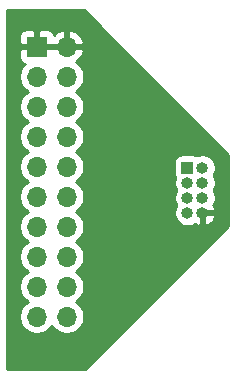
<source format=gbr>
%TF.GenerationSoftware,KiCad,Pcbnew,(5.1.6-0-10_14)*%
%TF.CreationDate,2022-05-20T12:20:58-05:00*%
%TF.ProjectId,programmer_adapter,70726f67-7261-46d6-9d65-725f61646170,rev?*%
%TF.SameCoordinates,Original*%
%TF.FileFunction,Copper,L2,Inr*%
%TF.FilePolarity,Positive*%
%FSLAX46Y46*%
G04 Gerber Fmt 4.6, Leading zero omitted, Abs format (unit mm)*
G04 Created by KiCad (PCBNEW (5.1.6-0-10_14)) date 2022-05-20 12:20:58*
%MOMM*%
%LPD*%
G01*
G04 APERTURE LIST*
%TA.AperFunction,ViaPad*%
%ADD10R,1.700000X1.700000*%
%TD*%
%TA.AperFunction,ViaPad*%
%ADD11O,1.700000X1.700000*%
%TD*%
%TA.AperFunction,ViaPad*%
%ADD12R,1.000000X1.000000*%
%TD*%
%TA.AperFunction,ViaPad*%
%ADD13O,1.000000X1.000000*%
%TD*%
%TA.AperFunction,Conductor*%
%ADD14C,0.254000*%
%TD*%
G04 APERTURE END LIST*
D10*
X69230000Y-54530000D03*
D11*
X71770000Y-54530000D03*
X69230000Y-57070000D03*
X71770000Y-57070000D03*
X69230000Y-59610000D03*
X71770000Y-59610000D03*
X69230000Y-62150000D03*
X71770000Y-62150000D03*
X69230000Y-64690000D03*
X71770000Y-64690000D03*
X69230000Y-67230000D03*
X71770000Y-67230000D03*
X69230000Y-69770000D03*
X71770000Y-69770000D03*
X69230000Y-72310000D03*
X71770000Y-72310000D03*
X69230000Y-74850000D03*
X71770000Y-74850000D03*
X69230000Y-77390000D03*
X71770000Y-77390000D03*
D12*
X81991200Y-64795400D03*
D13*
X83261200Y-64795400D03*
X81991200Y-66065400D03*
X83261200Y-66065400D03*
X81991200Y-67335400D03*
X83261200Y-67335400D03*
X81991200Y-68605400D03*
X83261200Y-68605400D03*
D14*
G36*
X85446401Y-63707538D02*
G01*
X85446400Y-69744063D01*
X73325464Y-81865000D01*
X66725000Y-81865000D01*
X66725000Y-55380000D01*
X67741928Y-55380000D01*
X67754188Y-55504482D01*
X67790498Y-55624180D01*
X67849463Y-55734494D01*
X67928815Y-55831185D01*
X68025506Y-55910537D01*
X68135820Y-55969502D01*
X68208380Y-55991513D01*
X68076525Y-56123368D01*
X67914010Y-56366589D01*
X67802068Y-56636842D01*
X67745000Y-56923740D01*
X67745000Y-57216260D01*
X67802068Y-57503158D01*
X67914010Y-57773411D01*
X68076525Y-58016632D01*
X68283368Y-58223475D01*
X68457760Y-58340000D01*
X68283368Y-58456525D01*
X68076525Y-58663368D01*
X67914010Y-58906589D01*
X67802068Y-59176842D01*
X67745000Y-59463740D01*
X67745000Y-59756260D01*
X67802068Y-60043158D01*
X67914010Y-60313411D01*
X68076525Y-60556632D01*
X68283368Y-60763475D01*
X68457760Y-60880000D01*
X68283368Y-60996525D01*
X68076525Y-61203368D01*
X67914010Y-61446589D01*
X67802068Y-61716842D01*
X67745000Y-62003740D01*
X67745000Y-62296260D01*
X67802068Y-62583158D01*
X67914010Y-62853411D01*
X68076525Y-63096632D01*
X68283368Y-63303475D01*
X68457760Y-63420000D01*
X68283368Y-63536525D01*
X68076525Y-63743368D01*
X67914010Y-63986589D01*
X67802068Y-64256842D01*
X67745000Y-64543740D01*
X67745000Y-64836260D01*
X67802068Y-65123158D01*
X67914010Y-65393411D01*
X68076525Y-65636632D01*
X68283368Y-65843475D01*
X68457760Y-65960000D01*
X68283368Y-66076525D01*
X68076525Y-66283368D01*
X67914010Y-66526589D01*
X67802068Y-66796842D01*
X67745000Y-67083740D01*
X67745000Y-67376260D01*
X67802068Y-67663158D01*
X67914010Y-67933411D01*
X68076525Y-68176632D01*
X68283368Y-68383475D01*
X68457760Y-68500000D01*
X68283368Y-68616525D01*
X68076525Y-68823368D01*
X67914010Y-69066589D01*
X67802068Y-69336842D01*
X67745000Y-69623740D01*
X67745000Y-69916260D01*
X67802068Y-70203158D01*
X67914010Y-70473411D01*
X68076525Y-70716632D01*
X68283368Y-70923475D01*
X68457760Y-71040000D01*
X68283368Y-71156525D01*
X68076525Y-71363368D01*
X67914010Y-71606589D01*
X67802068Y-71876842D01*
X67745000Y-72163740D01*
X67745000Y-72456260D01*
X67802068Y-72743158D01*
X67914010Y-73013411D01*
X68076525Y-73256632D01*
X68283368Y-73463475D01*
X68457760Y-73580000D01*
X68283368Y-73696525D01*
X68076525Y-73903368D01*
X67914010Y-74146589D01*
X67802068Y-74416842D01*
X67745000Y-74703740D01*
X67745000Y-74996260D01*
X67802068Y-75283158D01*
X67914010Y-75553411D01*
X68076525Y-75796632D01*
X68283368Y-76003475D01*
X68457760Y-76120000D01*
X68283368Y-76236525D01*
X68076525Y-76443368D01*
X67914010Y-76686589D01*
X67802068Y-76956842D01*
X67745000Y-77243740D01*
X67745000Y-77536260D01*
X67802068Y-77823158D01*
X67914010Y-78093411D01*
X68076525Y-78336632D01*
X68283368Y-78543475D01*
X68526589Y-78705990D01*
X68796842Y-78817932D01*
X69083740Y-78875000D01*
X69376260Y-78875000D01*
X69663158Y-78817932D01*
X69933411Y-78705990D01*
X70176632Y-78543475D01*
X70383475Y-78336632D01*
X70500000Y-78162240D01*
X70616525Y-78336632D01*
X70823368Y-78543475D01*
X71066589Y-78705990D01*
X71336842Y-78817932D01*
X71623740Y-78875000D01*
X71916260Y-78875000D01*
X72203158Y-78817932D01*
X72473411Y-78705990D01*
X72716632Y-78543475D01*
X72923475Y-78336632D01*
X73085990Y-78093411D01*
X73197932Y-77823158D01*
X73255000Y-77536260D01*
X73255000Y-77243740D01*
X73197932Y-76956842D01*
X73085990Y-76686589D01*
X72923475Y-76443368D01*
X72716632Y-76236525D01*
X72542240Y-76120000D01*
X72716632Y-76003475D01*
X72923475Y-75796632D01*
X73085990Y-75553411D01*
X73197932Y-75283158D01*
X73255000Y-74996260D01*
X73255000Y-74703740D01*
X73197932Y-74416842D01*
X73085990Y-74146589D01*
X72923475Y-73903368D01*
X72716632Y-73696525D01*
X72542240Y-73580000D01*
X72716632Y-73463475D01*
X72923475Y-73256632D01*
X73085990Y-73013411D01*
X73197932Y-72743158D01*
X73255000Y-72456260D01*
X73255000Y-72163740D01*
X73197932Y-71876842D01*
X73085990Y-71606589D01*
X72923475Y-71363368D01*
X72716632Y-71156525D01*
X72542240Y-71040000D01*
X72716632Y-70923475D01*
X72923475Y-70716632D01*
X73085990Y-70473411D01*
X73197932Y-70203158D01*
X73255000Y-69916260D01*
X73255000Y-69623740D01*
X73197932Y-69336842D01*
X73085990Y-69066589D01*
X72923475Y-68823368D01*
X72716632Y-68616525D01*
X72542240Y-68500000D01*
X72716632Y-68383475D01*
X72923475Y-68176632D01*
X73085990Y-67933411D01*
X73197932Y-67663158D01*
X73255000Y-67376260D01*
X73255000Y-67083740D01*
X73197932Y-66796842D01*
X73085990Y-66526589D01*
X72923475Y-66283368D01*
X72716632Y-66076525D01*
X72542240Y-65960000D01*
X72716632Y-65843475D01*
X72923475Y-65636632D01*
X73085990Y-65393411D01*
X73197932Y-65123158D01*
X73255000Y-64836260D01*
X73255000Y-64543740D01*
X73205602Y-64295400D01*
X80853128Y-64295400D01*
X80853128Y-65295400D01*
X80865388Y-65419882D01*
X80901698Y-65539580D01*
X80946088Y-65622626D01*
X80899817Y-65734333D01*
X80856200Y-65953612D01*
X80856200Y-66177188D01*
X80899817Y-66396467D01*
X80985376Y-66603024D01*
X81050441Y-66700400D01*
X80985376Y-66797776D01*
X80899817Y-67004333D01*
X80856200Y-67223612D01*
X80856200Y-67447188D01*
X80899817Y-67666467D01*
X80985376Y-67873024D01*
X81050441Y-67970400D01*
X80985376Y-68067776D01*
X80899817Y-68274333D01*
X80856200Y-68493612D01*
X80856200Y-68717188D01*
X80899817Y-68936467D01*
X80985376Y-69143024D01*
X81109588Y-69328920D01*
X81267680Y-69487012D01*
X81453576Y-69611224D01*
X81660133Y-69696783D01*
X81879412Y-69740400D01*
X82102988Y-69740400D01*
X82322267Y-69696783D01*
X82528824Y-69611224D01*
X82630712Y-69543144D01*
X82751671Y-69619610D01*
X82959324Y-69699526D01*
X83134200Y-69574529D01*
X83134200Y-68732400D01*
X83388200Y-68732400D01*
X83388200Y-69574529D01*
X83563076Y-69699526D01*
X83770729Y-69619610D01*
X83958801Y-69500718D01*
X84120065Y-69347420D01*
X84248323Y-69165606D01*
X84338646Y-68962264D01*
X84355319Y-68907274D01*
X84229154Y-68732400D01*
X83388200Y-68732400D01*
X83134200Y-68732400D01*
X83123174Y-68732400D01*
X83126200Y-68717188D01*
X83126200Y-68493612D01*
X83123174Y-68478400D01*
X83134200Y-68478400D01*
X83134200Y-68467374D01*
X83149412Y-68470400D01*
X83372988Y-68470400D01*
X83388200Y-68467374D01*
X83388200Y-68478400D01*
X84229154Y-68478400D01*
X84355319Y-68303526D01*
X84338646Y-68248536D01*
X84248323Y-68045194D01*
X84198847Y-67975058D01*
X84267024Y-67873024D01*
X84352583Y-67666467D01*
X84396200Y-67447188D01*
X84396200Y-67223612D01*
X84352583Y-67004333D01*
X84267024Y-66797776D01*
X84201959Y-66700400D01*
X84267024Y-66603024D01*
X84352583Y-66396467D01*
X84396200Y-66177188D01*
X84396200Y-65953612D01*
X84352583Y-65734333D01*
X84267024Y-65527776D01*
X84201959Y-65430400D01*
X84267024Y-65333024D01*
X84352583Y-65126467D01*
X84396200Y-64907188D01*
X84396200Y-64683612D01*
X84352583Y-64464333D01*
X84267024Y-64257776D01*
X84142812Y-64071880D01*
X83984720Y-63913788D01*
X83798824Y-63789576D01*
X83592267Y-63704017D01*
X83372988Y-63660400D01*
X83149412Y-63660400D01*
X82930133Y-63704017D01*
X82818426Y-63750288D01*
X82735380Y-63705898D01*
X82615682Y-63669588D01*
X82491200Y-63657328D01*
X81491200Y-63657328D01*
X81366718Y-63669588D01*
X81247020Y-63705898D01*
X81136706Y-63764863D01*
X81040015Y-63844215D01*
X80960663Y-63940906D01*
X80901698Y-64051220D01*
X80865388Y-64170918D01*
X80853128Y-64295400D01*
X73205602Y-64295400D01*
X73197932Y-64256842D01*
X73085990Y-63986589D01*
X72923475Y-63743368D01*
X72716632Y-63536525D01*
X72542240Y-63420000D01*
X72716632Y-63303475D01*
X72923475Y-63096632D01*
X73085990Y-62853411D01*
X73197932Y-62583158D01*
X73255000Y-62296260D01*
X73255000Y-62003740D01*
X73197932Y-61716842D01*
X73085990Y-61446589D01*
X72923475Y-61203368D01*
X72716632Y-60996525D01*
X72542240Y-60880000D01*
X72716632Y-60763475D01*
X72923475Y-60556632D01*
X73085990Y-60313411D01*
X73197932Y-60043158D01*
X73255000Y-59756260D01*
X73255000Y-59463740D01*
X73197932Y-59176842D01*
X73085990Y-58906589D01*
X72923475Y-58663368D01*
X72716632Y-58456525D01*
X72542240Y-58340000D01*
X72716632Y-58223475D01*
X72923475Y-58016632D01*
X73085990Y-57773411D01*
X73197932Y-57503158D01*
X73255000Y-57216260D01*
X73255000Y-56923740D01*
X73197932Y-56636842D01*
X73085990Y-56366589D01*
X72923475Y-56123368D01*
X72716632Y-55916525D01*
X72534466Y-55794805D01*
X72651355Y-55725178D01*
X72867588Y-55530269D01*
X73041641Y-55296920D01*
X73166825Y-55034099D01*
X73211476Y-54886890D01*
X73090155Y-54657000D01*
X71897000Y-54657000D01*
X71897000Y-54677000D01*
X71643000Y-54677000D01*
X71643000Y-54657000D01*
X69357000Y-54657000D01*
X69357000Y-54677000D01*
X69103000Y-54677000D01*
X69103000Y-54657000D01*
X67903750Y-54657000D01*
X67745000Y-54815750D01*
X67741928Y-55380000D01*
X66725000Y-55380000D01*
X66725000Y-53680000D01*
X67741928Y-53680000D01*
X67745000Y-54244250D01*
X67903750Y-54403000D01*
X69103000Y-54403000D01*
X69103000Y-53203750D01*
X69357000Y-53203750D01*
X69357000Y-54403000D01*
X71643000Y-54403000D01*
X71643000Y-53209186D01*
X71897000Y-53209186D01*
X71897000Y-54403000D01*
X73090155Y-54403000D01*
X73211476Y-54173110D01*
X73166825Y-54025901D01*
X73041641Y-53763080D01*
X72867588Y-53529731D01*
X72651355Y-53334822D01*
X72401252Y-53185843D01*
X72126891Y-53088519D01*
X71897000Y-53209186D01*
X71643000Y-53209186D01*
X71413109Y-53088519D01*
X71138748Y-53185843D01*
X70888645Y-53334822D01*
X70692498Y-53511626D01*
X70669502Y-53435820D01*
X70610537Y-53325506D01*
X70531185Y-53228815D01*
X70434494Y-53149463D01*
X70324180Y-53090498D01*
X70204482Y-53054188D01*
X70080000Y-53041928D01*
X69515750Y-53045000D01*
X69357000Y-53203750D01*
X69103000Y-53203750D01*
X68944250Y-53045000D01*
X68380000Y-53041928D01*
X68255518Y-53054188D01*
X68135820Y-53090498D01*
X68025506Y-53149463D01*
X67928815Y-53228815D01*
X67849463Y-53325506D01*
X67790498Y-53435820D01*
X67754188Y-53555518D01*
X67741928Y-53680000D01*
X66725000Y-53680000D01*
X66725000Y-51459600D01*
X73198464Y-51459600D01*
X85446401Y-63707538D01*
G37*
X85446401Y-63707538D02*
X85446400Y-69744063D01*
X73325464Y-81865000D01*
X66725000Y-81865000D01*
X66725000Y-55380000D01*
X67741928Y-55380000D01*
X67754188Y-55504482D01*
X67790498Y-55624180D01*
X67849463Y-55734494D01*
X67928815Y-55831185D01*
X68025506Y-55910537D01*
X68135820Y-55969502D01*
X68208380Y-55991513D01*
X68076525Y-56123368D01*
X67914010Y-56366589D01*
X67802068Y-56636842D01*
X67745000Y-56923740D01*
X67745000Y-57216260D01*
X67802068Y-57503158D01*
X67914010Y-57773411D01*
X68076525Y-58016632D01*
X68283368Y-58223475D01*
X68457760Y-58340000D01*
X68283368Y-58456525D01*
X68076525Y-58663368D01*
X67914010Y-58906589D01*
X67802068Y-59176842D01*
X67745000Y-59463740D01*
X67745000Y-59756260D01*
X67802068Y-60043158D01*
X67914010Y-60313411D01*
X68076525Y-60556632D01*
X68283368Y-60763475D01*
X68457760Y-60880000D01*
X68283368Y-60996525D01*
X68076525Y-61203368D01*
X67914010Y-61446589D01*
X67802068Y-61716842D01*
X67745000Y-62003740D01*
X67745000Y-62296260D01*
X67802068Y-62583158D01*
X67914010Y-62853411D01*
X68076525Y-63096632D01*
X68283368Y-63303475D01*
X68457760Y-63420000D01*
X68283368Y-63536525D01*
X68076525Y-63743368D01*
X67914010Y-63986589D01*
X67802068Y-64256842D01*
X67745000Y-64543740D01*
X67745000Y-64836260D01*
X67802068Y-65123158D01*
X67914010Y-65393411D01*
X68076525Y-65636632D01*
X68283368Y-65843475D01*
X68457760Y-65960000D01*
X68283368Y-66076525D01*
X68076525Y-66283368D01*
X67914010Y-66526589D01*
X67802068Y-66796842D01*
X67745000Y-67083740D01*
X67745000Y-67376260D01*
X67802068Y-67663158D01*
X67914010Y-67933411D01*
X68076525Y-68176632D01*
X68283368Y-68383475D01*
X68457760Y-68500000D01*
X68283368Y-68616525D01*
X68076525Y-68823368D01*
X67914010Y-69066589D01*
X67802068Y-69336842D01*
X67745000Y-69623740D01*
X67745000Y-69916260D01*
X67802068Y-70203158D01*
X67914010Y-70473411D01*
X68076525Y-70716632D01*
X68283368Y-70923475D01*
X68457760Y-71040000D01*
X68283368Y-71156525D01*
X68076525Y-71363368D01*
X67914010Y-71606589D01*
X67802068Y-71876842D01*
X67745000Y-72163740D01*
X67745000Y-72456260D01*
X67802068Y-72743158D01*
X67914010Y-73013411D01*
X68076525Y-73256632D01*
X68283368Y-73463475D01*
X68457760Y-73580000D01*
X68283368Y-73696525D01*
X68076525Y-73903368D01*
X67914010Y-74146589D01*
X67802068Y-74416842D01*
X67745000Y-74703740D01*
X67745000Y-74996260D01*
X67802068Y-75283158D01*
X67914010Y-75553411D01*
X68076525Y-75796632D01*
X68283368Y-76003475D01*
X68457760Y-76120000D01*
X68283368Y-76236525D01*
X68076525Y-76443368D01*
X67914010Y-76686589D01*
X67802068Y-76956842D01*
X67745000Y-77243740D01*
X67745000Y-77536260D01*
X67802068Y-77823158D01*
X67914010Y-78093411D01*
X68076525Y-78336632D01*
X68283368Y-78543475D01*
X68526589Y-78705990D01*
X68796842Y-78817932D01*
X69083740Y-78875000D01*
X69376260Y-78875000D01*
X69663158Y-78817932D01*
X69933411Y-78705990D01*
X70176632Y-78543475D01*
X70383475Y-78336632D01*
X70500000Y-78162240D01*
X70616525Y-78336632D01*
X70823368Y-78543475D01*
X71066589Y-78705990D01*
X71336842Y-78817932D01*
X71623740Y-78875000D01*
X71916260Y-78875000D01*
X72203158Y-78817932D01*
X72473411Y-78705990D01*
X72716632Y-78543475D01*
X72923475Y-78336632D01*
X73085990Y-78093411D01*
X73197932Y-77823158D01*
X73255000Y-77536260D01*
X73255000Y-77243740D01*
X73197932Y-76956842D01*
X73085990Y-76686589D01*
X72923475Y-76443368D01*
X72716632Y-76236525D01*
X72542240Y-76120000D01*
X72716632Y-76003475D01*
X72923475Y-75796632D01*
X73085990Y-75553411D01*
X73197932Y-75283158D01*
X73255000Y-74996260D01*
X73255000Y-74703740D01*
X73197932Y-74416842D01*
X73085990Y-74146589D01*
X72923475Y-73903368D01*
X72716632Y-73696525D01*
X72542240Y-73580000D01*
X72716632Y-73463475D01*
X72923475Y-73256632D01*
X73085990Y-73013411D01*
X73197932Y-72743158D01*
X73255000Y-72456260D01*
X73255000Y-72163740D01*
X73197932Y-71876842D01*
X73085990Y-71606589D01*
X72923475Y-71363368D01*
X72716632Y-71156525D01*
X72542240Y-71040000D01*
X72716632Y-70923475D01*
X72923475Y-70716632D01*
X73085990Y-70473411D01*
X73197932Y-70203158D01*
X73255000Y-69916260D01*
X73255000Y-69623740D01*
X73197932Y-69336842D01*
X73085990Y-69066589D01*
X72923475Y-68823368D01*
X72716632Y-68616525D01*
X72542240Y-68500000D01*
X72716632Y-68383475D01*
X72923475Y-68176632D01*
X73085990Y-67933411D01*
X73197932Y-67663158D01*
X73255000Y-67376260D01*
X73255000Y-67083740D01*
X73197932Y-66796842D01*
X73085990Y-66526589D01*
X72923475Y-66283368D01*
X72716632Y-66076525D01*
X72542240Y-65960000D01*
X72716632Y-65843475D01*
X72923475Y-65636632D01*
X73085990Y-65393411D01*
X73197932Y-65123158D01*
X73255000Y-64836260D01*
X73255000Y-64543740D01*
X73205602Y-64295400D01*
X80853128Y-64295400D01*
X80853128Y-65295400D01*
X80865388Y-65419882D01*
X80901698Y-65539580D01*
X80946088Y-65622626D01*
X80899817Y-65734333D01*
X80856200Y-65953612D01*
X80856200Y-66177188D01*
X80899817Y-66396467D01*
X80985376Y-66603024D01*
X81050441Y-66700400D01*
X80985376Y-66797776D01*
X80899817Y-67004333D01*
X80856200Y-67223612D01*
X80856200Y-67447188D01*
X80899817Y-67666467D01*
X80985376Y-67873024D01*
X81050441Y-67970400D01*
X80985376Y-68067776D01*
X80899817Y-68274333D01*
X80856200Y-68493612D01*
X80856200Y-68717188D01*
X80899817Y-68936467D01*
X80985376Y-69143024D01*
X81109588Y-69328920D01*
X81267680Y-69487012D01*
X81453576Y-69611224D01*
X81660133Y-69696783D01*
X81879412Y-69740400D01*
X82102988Y-69740400D01*
X82322267Y-69696783D01*
X82528824Y-69611224D01*
X82630712Y-69543144D01*
X82751671Y-69619610D01*
X82959324Y-69699526D01*
X83134200Y-69574529D01*
X83134200Y-68732400D01*
X83388200Y-68732400D01*
X83388200Y-69574529D01*
X83563076Y-69699526D01*
X83770729Y-69619610D01*
X83958801Y-69500718D01*
X84120065Y-69347420D01*
X84248323Y-69165606D01*
X84338646Y-68962264D01*
X84355319Y-68907274D01*
X84229154Y-68732400D01*
X83388200Y-68732400D01*
X83134200Y-68732400D01*
X83123174Y-68732400D01*
X83126200Y-68717188D01*
X83126200Y-68493612D01*
X83123174Y-68478400D01*
X83134200Y-68478400D01*
X83134200Y-68467374D01*
X83149412Y-68470400D01*
X83372988Y-68470400D01*
X83388200Y-68467374D01*
X83388200Y-68478400D01*
X84229154Y-68478400D01*
X84355319Y-68303526D01*
X84338646Y-68248536D01*
X84248323Y-68045194D01*
X84198847Y-67975058D01*
X84267024Y-67873024D01*
X84352583Y-67666467D01*
X84396200Y-67447188D01*
X84396200Y-67223612D01*
X84352583Y-67004333D01*
X84267024Y-66797776D01*
X84201959Y-66700400D01*
X84267024Y-66603024D01*
X84352583Y-66396467D01*
X84396200Y-66177188D01*
X84396200Y-65953612D01*
X84352583Y-65734333D01*
X84267024Y-65527776D01*
X84201959Y-65430400D01*
X84267024Y-65333024D01*
X84352583Y-65126467D01*
X84396200Y-64907188D01*
X84396200Y-64683612D01*
X84352583Y-64464333D01*
X84267024Y-64257776D01*
X84142812Y-64071880D01*
X83984720Y-63913788D01*
X83798824Y-63789576D01*
X83592267Y-63704017D01*
X83372988Y-63660400D01*
X83149412Y-63660400D01*
X82930133Y-63704017D01*
X82818426Y-63750288D01*
X82735380Y-63705898D01*
X82615682Y-63669588D01*
X82491200Y-63657328D01*
X81491200Y-63657328D01*
X81366718Y-63669588D01*
X81247020Y-63705898D01*
X81136706Y-63764863D01*
X81040015Y-63844215D01*
X80960663Y-63940906D01*
X80901698Y-64051220D01*
X80865388Y-64170918D01*
X80853128Y-64295400D01*
X73205602Y-64295400D01*
X73197932Y-64256842D01*
X73085990Y-63986589D01*
X72923475Y-63743368D01*
X72716632Y-63536525D01*
X72542240Y-63420000D01*
X72716632Y-63303475D01*
X72923475Y-63096632D01*
X73085990Y-62853411D01*
X73197932Y-62583158D01*
X73255000Y-62296260D01*
X73255000Y-62003740D01*
X73197932Y-61716842D01*
X73085990Y-61446589D01*
X72923475Y-61203368D01*
X72716632Y-60996525D01*
X72542240Y-60880000D01*
X72716632Y-60763475D01*
X72923475Y-60556632D01*
X73085990Y-60313411D01*
X73197932Y-60043158D01*
X73255000Y-59756260D01*
X73255000Y-59463740D01*
X73197932Y-59176842D01*
X73085990Y-58906589D01*
X72923475Y-58663368D01*
X72716632Y-58456525D01*
X72542240Y-58340000D01*
X72716632Y-58223475D01*
X72923475Y-58016632D01*
X73085990Y-57773411D01*
X73197932Y-57503158D01*
X73255000Y-57216260D01*
X73255000Y-56923740D01*
X73197932Y-56636842D01*
X73085990Y-56366589D01*
X72923475Y-56123368D01*
X72716632Y-55916525D01*
X72534466Y-55794805D01*
X72651355Y-55725178D01*
X72867588Y-55530269D01*
X73041641Y-55296920D01*
X73166825Y-55034099D01*
X73211476Y-54886890D01*
X73090155Y-54657000D01*
X71897000Y-54657000D01*
X71897000Y-54677000D01*
X71643000Y-54677000D01*
X71643000Y-54657000D01*
X69357000Y-54657000D01*
X69357000Y-54677000D01*
X69103000Y-54677000D01*
X69103000Y-54657000D01*
X67903750Y-54657000D01*
X67745000Y-54815750D01*
X67741928Y-55380000D01*
X66725000Y-55380000D01*
X66725000Y-53680000D01*
X67741928Y-53680000D01*
X67745000Y-54244250D01*
X67903750Y-54403000D01*
X69103000Y-54403000D01*
X69103000Y-53203750D01*
X69357000Y-53203750D01*
X69357000Y-54403000D01*
X71643000Y-54403000D01*
X71643000Y-53209186D01*
X71897000Y-53209186D01*
X71897000Y-54403000D01*
X73090155Y-54403000D01*
X73211476Y-54173110D01*
X73166825Y-54025901D01*
X73041641Y-53763080D01*
X72867588Y-53529731D01*
X72651355Y-53334822D01*
X72401252Y-53185843D01*
X72126891Y-53088519D01*
X71897000Y-53209186D01*
X71643000Y-53209186D01*
X71413109Y-53088519D01*
X71138748Y-53185843D01*
X70888645Y-53334822D01*
X70692498Y-53511626D01*
X70669502Y-53435820D01*
X70610537Y-53325506D01*
X70531185Y-53228815D01*
X70434494Y-53149463D01*
X70324180Y-53090498D01*
X70204482Y-53054188D01*
X70080000Y-53041928D01*
X69515750Y-53045000D01*
X69357000Y-53203750D01*
X69103000Y-53203750D01*
X68944250Y-53045000D01*
X68380000Y-53041928D01*
X68255518Y-53054188D01*
X68135820Y-53090498D01*
X68025506Y-53149463D01*
X67928815Y-53228815D01*
X67849463Y-53325506D01*
X67790498Y-53435820D01*
X67754188Y-53555518D01*
X67741928Y-53680000D01*
X66725000Y-53680000D01*
X66725000Y-51459600D01*
X73198464Y-51459600D01*
X85446401Y-63707538D01*
M02*

</source>
